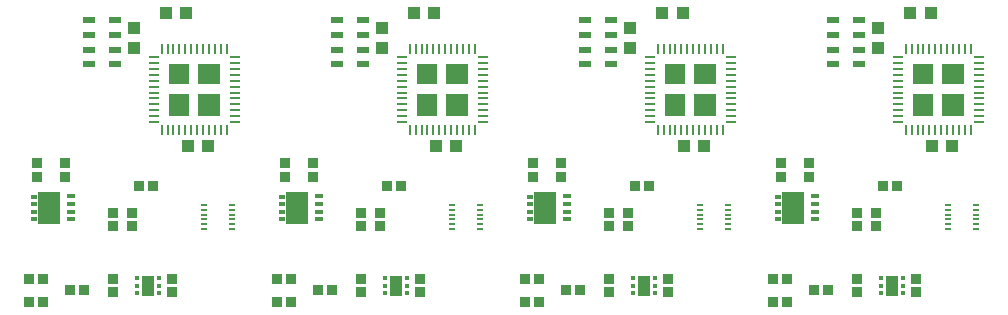
<source format=gbr>
G04 EAGLE Gerber RS-274X export*
G75*
%MOMM*%
%FSLAX34Y34*%
%LPD*%
%INSolderpaste Bottom*%
%IPPOS*%
%AMOC8*
5,1,8,0,0,1.08239X$1,22.5*%
G01*
%ADD10R,1.100000X1.000000*%
%ADD11R,0.900000X0.850000*%
%ADD12R,0.850000X0.900000*%
%ADD13R,0.770000X0.390000*%
%ADD14R,1.960000X2.700000*%
%ADD15R,0.580000X0.390000*%
%ADD16R,1.823441X1.819413*%
%ADD17R,1.819384X1.819384*%
%ADD18R,1.822081X1.822081*%
%ADD19R,1.819922X1.820459*%
%ADD20R,0.840000X0.260000*%
%ADD21R,0.260000X0.840000*%
%ADD22R,1.000000X1.100000*%
%ADD23R,1.120000X1.720000*%
%ADD24R,0.450000X0.400000*%
%ADD25R,1.100000X0.600000*%
%ADD26R,0.500000X0.230000*%


D10*
X144500Y142000D03*
X161500Y142000D03*
X126500Y255000D03*
X143500Y255000D03*
D11*
X41000Y127800D03*
X41000Y116200D03*
D12*
X21800Y30000D03*
X10200Y30000D03*
X21800Y10000D03*
X10200Y10000D03*
D11*
X17000Y127800D03*
X17000Y116200D03*
D12*
X45200Y20000D03*
X56800Y20000D03*
D13*
X46000Y99750D03*
X46000Y93250D03*
X46000Y86750D03*
X46000Y80250D03*
D14*
X27000Y90000D03*
D15*
X14300Y80750D03*
X14300Y86750D03*
X14300Y93250D03*
X14300Y99250D03*
D16*
X162867Y202853D03*
D17*
X137147Y202853D03*
D18*
X162860Y177140D03*
D19*
X137150Y177148D03*
D20*
X184350Y217500D03*
X184350Y212500D03*
X184350Y207500D03*
X184350Y202500D03*
X184350Y197500D03*
X184350Y192500D03*
X184350Y187500D03*
X184350Y182500D03*
X184350Y177500D03*
X184350Y172500D03*
X184350Y167500D03*
X184350Y162500D03*
D21*
X177500Y155650D03*
X172500Y155650D03*
X167500Y155650D03*
X162500Y155650D03*
X157500Y155650D03*
X152500Y155650D03*
X147500Y155650D03*
X142500Y155650D03*
X137500Y155650D03*
X132500Y155650D03*
X127500Y155650D03*
X122500Y155650D03*
D20*
X115650Y162500D03*
X115650Y167500D03*
X115650Y172500D03*
X115650Y177500D03*
X115650Y182500D03*
X115650Y187500D03*
X115650Y192500D03*
X115650Y197500D03*
X115650Y202500D03*
X115650Y207500D03*
X115650Y212500D03*
X115650Y217500D03*
D21*
X122500Y224350D03*
X127500Y224350D03*
X132500Y224350D03*
X137500Y224350D03*
X142500Y224350D03*
X147500Y224350D03*
X152500Y224350D03*
X157500Y224350D03*
X162500Y224350D03*
X167500Y224350D03*
X172500Y224350D03*
X177500Y224350D03*
D22*
X99000Y225500D03*
X99000Y242500D03*
D23*
X111000Y24000D03*
D24*
X120250Y30500D03*
X120250Y24000D03*
X120250Y17500D03*
X101750Y17500D03*
X101750Y24000D03*
X101750Y30500D03*
D11*
X131000Y18200D03*
X131000Y29800D03*
X81000Y29800D03*
X81000Y18200D03*
D25*
X83000Y248750D03*
X83000Y236250D03*
X83000Y223750D03*
X83000Y211250D03*
X61000Y211250D03*
X61000Y223750D03*
X61000Y236250D03*
X61000Y248750D03*
D26*
X182000Y92000D03*
X182000Y88000D03*
X182000Y84000D03*
X182000Y80000D03*
X182000Y76000D03*
X182000Y72000D03*
X158000Y72000D03*
X158000Y76000D03*
X158000Y80000D03*
X158000Y84000D03*
X158000Y88000D03*
X158000Y92000D03*
D11*
X97000Y85800D03*
X97000Y74200D03*
X81000Y85800D03*
X81000Y74200D03*
D12*
X103200Y108000D03*
X114800Y108000D03*
D10*
X354500Y142000D03*
X371500Y142000D03*
X336500Y255000D03*
X353500Y255000D03*
D11*
X251000Y127800D03*
X251000Y116200D03*
D12*
X231800Y30000D03*
X220200Y30000D03*
X231800Y10000D03*
X220200Y10000D03*
D11*
X227000Y127800D03*
X227000Y116200D03*
D12*
X255200Y20000D03*
X266800Y20000D03*
D13*
X256000Y99750D03*
X256000Y93250D03*
X256000Y86750D03*
X256000Y80250D03*
D14*
X237000Y90000D03*
D15*
X224300Y80750D03*
X224300Y86750D03*
X224300Y93250D03*
X224300Y99250D03*
D16*
X372867Y202853D03*
D17*
X347147Y202853D03*
D18*
X372860Y177140D03*
D19*
X347150Y177148D03*
D20*
X394350Y217500D03*
X394350Y212500D03*
X394350Y207500D03*
X394350Y202500D03*
X394350Y197500D03*
X394350Y192500D03*
X394350Y187500D03*
X394350Y182500D03*
X394350Y177500D03*
X394350Y172500D03*
X394350Y167500D03*
X394350Y162500D03*
D21*
X387500Y155650D03*
X382500Y155650D03*
X377500Y155650D03*
X372500Y155650D03*
X367500Y155650D03*
X362500Y155650D03*
X357500Y155650D03*
X352500Y155650D03*
X347500Y155650D03*
X342500Y155650D03*
X337500Y155650D03*
X332500Y155650D03*
D20*
X325650Y162500D03*
X325650Y167500D03*
X325650Y172500D03*
X325650Y177500D03*
X325650Y182500D03*
X325650Y187500D03*
X325650Y192500D03*
X325650Y197500D03*
X325650Y202500D03*
X325650Y207500D03*
X325650Y212500D03*
X325650Y217500D03*
D21*
X332500Y224350D03*
X337500Y224350D03*
X342500Y224350D03*
X347500Y224350D03*
X352500Y224350D03*
X357500Y224350D03*
X362500Y224350D03*
X367500Y224350D03*
X372500Y224350D03*
X377500Y224350D03*
X382500Y224350D03*
X387500Y224350D03*
D22*
X309000Y225500D03*
X309000Y242500D03*
D23*
X321000Y24000D03*
D24*
X330250Y30500D03*
X330250Y24000D03*
X330250Y17500D03*
X311750Y17500D03*
X311750Y24000D03*
X311750Y30500D03*
D11*
X341000Y18200D03*
X341000Y29800D03*
X291000Y29800D03*
X291000Y18200D03*
D25*
X293000Y248750D03*
X293000Y236250D03*
X293000Y223750D03*
X293000Y211250D03*
X271000Y211250D03*
X271000Y223750D03*
X271000Y236250D03*
X271000Y248750D03*
D26*
X392000Y92000D03*
X392000Y88000D03*
X392000Y84000D03*
X392000Y80000D03*
X392000Y76000D03*
X392000Y72000D03*
X368000Y72000D03*
X368000Y76000D03*
X368000Y80000D03*
X368000Y84000D03*
X368000Y88000D03*
X368000Y92000D03*
D11*
X307000Y85800D03*
X307000Y74200D03*
X291000Y85800D03*
X291000Y74200D03*
D12*
X313200Y108000D03*
X324800Y108000D03*
D10*
X564500Y142000D03*
X581500Y142000D03*
X546500Y255000D03*
X563500Y255000D03*
D11*
X461000Y127800D03*
X461000Y116200D03*
D12*
X441800Y30000D03*
X430200Y30000D03*
X441800Y10000D03*
X430200Y10000D03*
D11*
X437000Y127800D03*
X437000Y116200D03*
D12*
X465200Y20000D03*
X476800Y20000D03*
D13*
X466000Y99750D03*
X466000Y93250D03*
X466000Y86750D03*
X466000Y80250D03*
D14*
X447000Y90000D03*
D15*
X434300Y80750D03*
X434300Y86750D03*
X434300Y93250D03*
X434300Y99250D03*
D16*
X582867Y202853D03*
D17*
X557147Y202853D03*
D18*
X582860Y177140D03*
D19*
X557150Y177148D03*
D20*
X604350Y217500D03*
X604350Y212500D03*
X604350Y207500D03*
X604350Y202500D03*
X604350Y197500D03*
X604350Y192500D03*
X604350Y187500D03*
X604350Y182500D03*
X604350Y177500D03*
X604350Y172500D03*
X604350Y167500D03*
X604350Y162500D03*
D21*
X597500Y155650D03*
X592500Y155650D03*
X587500Y155650D03*
X582500Y155650D03*
X577500Y155650D03*
X572500Y155650D03*
X567500Y155650D03*
X562500Y155650D03*
X557500Y155650D03*
X552500Y155650D03*
X547500Y155650D03*
X542500Y155650D03*
D20*
X535650Y162500D03*
X535650Y167500D03*
X535650Y172500D03*
X535650Y177500D03*
X535650Y182500D03*
X535650Y187500D03*
X535650Y192500D03*
X535650Y197500D03*
X535650Y202500D03*
X535650Y207500D03*
X535650Y212500D03*
X535650Y217500D03*
D21*
X542500Y224350D03*
X547500Y224350D03*
X552500Y224350D03*
X557500Y224350D03*
X562500Y224350D03*
X567500Y224350D03*
X572500Y224350D03*
X577500Y224350D03*
X582500Y224350D03*
X587500Y224350D03*
X592500Y224350D03*
X597500Y224350D03*
D22*
X519000Y225500D03*
X519000Y242500D03*
D23*
X531000Y24000D03*
D24*
X540250Y30500D03*
X540250Y24000D03*
X540250Y17500D03*
X521750Y17500D03*
X521750Y24000D03*
X521750Y30500D03*
D11*
X551000Y18200D03*
X551000Y29800D03*
X501000Y29800D03*
X501000Y18200D03*
D25*
X503000Y248750D03*
X503000Y236250D03*
X503000Y223750D03*
X503000Y211250D03*
X481000Y211250D03*
X481000Y223750D03*
X481000Y236250D03*
X481000Y248750D03*
D26*
X602000Y92000D03*
X602000Y88000D03*
X602000Y84000D03*
X602000Y80000D03*
X602000Y76000D03*
X602000Y72000D03*
X578000Y72000D03*
X578000Y76000D03*
X578000Y80000D03*
X578000Y84000D03*
X578000Y88000D03*
X578000Y92000D03*
D11*
X517000Y85800D03*
X517000Y74200D03*
X501000Y85800D03*
X501000Y74200D03*
D12*
X523200Y108000D03*
X534800Y108000D03*
D10*
X774500Y142000D03*
X791500Y142000D03*
X756500Y255000D03*
X773500Y255000D03*
D11*
X671000Y127800D03*
X671000Y116200D03*
D12*
X651800Y30000D03*
X640200Y30000D03*
X651800Y10000D03*
X640200Y10000D03*
D11*
X647000Y127800D03*
X647000Y116200D03*
D12*
X675200Y20000D03*
X686800Y20000D03*
D13*
X676000Y99750D03*
X676000Y93250D03*
X676000Y86750D03*
X676000Y80250D03*
D14*
X657000Y90000D03*
D15*
X644300Y80750D03*
X644300Y86750D03*
X644300Y93250D03*
X644300Y99250D03*
D16*
X792867Y202853D03*
D17*
X767147Y202853D03*
D18*
X792860Y177140D03*
D19*
X767150Y177148D03*
D20*
X814350Y217500D03*
X814350Y212500D03*
X814350Y207500D03*
X814350Y202500D03*
X814350Y197500D03*
X814350Y192500D03*
X814350Y187500D03*
X814350Y182500D03*
X814350Y177500D03*
X814350Y172500D03*
X814350Y167500D03*
X814350Y162500D03*
D21*
X807500Y155650D03*
X802500Y155650D03*
X797500Y155650D03*
X792500Y155650D03*
X787500Y155650D03*
X782500Y155650D03*
X777500Y155650D03*
X772500Y155650D03*
X767500Y155650D03*
X762500Y155650D03*
X757500Y155650D03*
X752500Y155650D03*
D20*
X745650Y162500D03*
X745650Y167500D03*
X745650Y172500D03*
X745650Y177500D03*
X745650Y182500D03*
X745650Y187500D03*
X745650Y192500D03*
X745650Y197500D03*
X745650Y202500D03*
X745650Y207500D03*
X745650Y212500D03*
X745650Y217500D03*
D21*
X752500Y224350D03*
X757500Y224350D03*
X762500Y224350D03*
X767500Y224350D03*
X772500Y224350D03*
X777500Y224350D03*
X782500Y224350D03*
X787500Y224350D03*
X792500Y224350D03*
X797500Y224350D03*
X802500Y224350D03*
X807500Y224350D03*
D22*
X729000Y225500D03*
X729000Y242500D03*
D23*
X741000Y24000D03*
D24*
X750250Y30500D03*
X750250Y24000D03*
X750250Y17500D03*
X731750Y17500D03*
X731750Y24000D03*
X731750Y30500D03*
D11*
X761000Y18200D03*
X761000Y29800D03*
X711000Y29800D03*
X711000Y18200D03*
D25*
X713000Y248750D03*
X713000Y236250D03*
X713000Y223750D03*
X713000Y211250D03*
X691000Y211250D03*
X691000Y223750D03*
X691000Y236250D03*
X691000Y248750D03*
D26*
X812000Y92000D03*
X812000Y88000D03*
X812000Y84000D03*
X812000Y80000D03*
X812000Y76000D03*
X812000Y72000D03*
X788000Y72000D03*
X788000Y76000D03*
X788000Y80000D03*
X788000Y84000D03*
X788000Y88000D03*
X788000Y92000D03*
D11*
X727000Y85800D03*
X727000Y74200D03*
X711000Y85800D03*
X711000Y74200D03*
D12*
X733200Y108000D03*
X744800Y108000D03*
M02*

</source>
